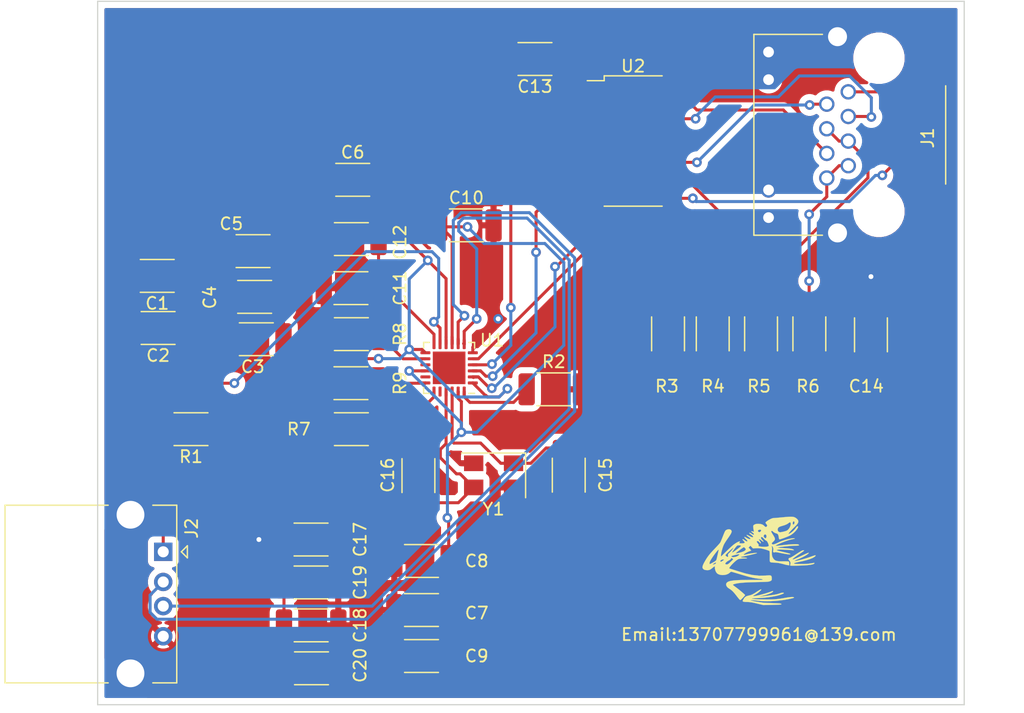
<source format=kicad_pcb>
(kicad_pcb (version 20171130) (host pcbnew "(5.1.6)-1")
  (title_block (title USBTOETH))
  (layers (0 F.Cu signal) (31 B.Cu signal) (34 B.Paste user) (35 F.Paste user) (36 B.SilkS user) (37 F.SilkS user) (38 B.Mask user) (39 F.Mask user) (44 Edge.Cuts user))
  (net 0 "")
  (net 1 GND)
  (net 2 "Net-(C1-Pad1)")
  (net 3 "Net-(C10-Pad1)")
  (net 4 "Net-(C11-Pad1)")
  (net 5 "Net-(C13-Pad1)")
  (net 6 "Net-(C14-Pad1)")
  (net 7 "Net-(C15-Pad2)")
  (net 8 "Net-(C16-Pad2)")
  (net 9 "Net-(J1-Pad1)")
  (net 10 "Net-(J1-Pad3)")
  (net 11 "Net-(J1-Pad4)")
  (net 12 "Net-(J1-Pad7)")
  (net 13 "Net-(J1-Pad2)")
  (net 14 "Net-(J1-Pad6)")
  (net 15 "Net-(J2-Pad3)")
  (net 16 "Net-(J2-Pad2)")
  (net 17 "Net-(R2-Pad1)")
  (net 18 "Net-(R3-Pad1)")
  (net 19 "Net-(R4-Pad1)")
  (net 20 "Net-(R7-Pad2)")
  (net 21 "Net-(R8-Pad1)")
  (net 22 "Net-(R9-Pad2)")
  (net 23 "Net-(U1-Pad20)")
  (net 24 "Net-(U1-Pad17)")
  (net 25 "Net-(U1-Pad15)")
  (net 26 "Net-(U1-Pad5)")
  (net 27 "Net-(U1-Pad4)")
  (net 28 "Net-(U1-Pad3)")
  (net 29 "Net-(U1-Pad2)")
  (net 30 "Net-(U2-Pad13)")
  (net 31 "Net-(U2-Pad12)")
  (net 32 "Net-(U2-Pad5)")
  (net 33 "Net-(U2-Pad4)")
  (net 34 "Net-(J2-Pad1)")
  (net 35 /AVDD3)
  (net 36 GNDS)
  (module zhaohuansi:logo (layer F.Cu) (at 185.674 132.842)
    (fp_text reference G*** hide)
    (fp_text value LOGO hide)
  )
  (module Crystal:Crystal_SMD_5032-4Pin_5.0x3.2mm (layer F.Cu) (at 163.704 125.746 180)
    (fp_text reference Y1 (at 0 -2.8) (layer F.SilkS))
    (fp_text value Crystal_GND23)
    (pad 4 smd rect (at -1.65 -1 180) (size 1.6 1.3) (layers F.Cu F.Paste F.Mask) (net 1 GND))
    (pad 3 smd rect (at 1.65 -1 180) (size 1.6 1.3) (layers F.Cu F.Paste F.Mask) (net 8 "Net-(C16-Pad2)"))
    (pad 2 smd rect (at 1.65 1 180) (size 1.6 1.3) (layers F.Cu F.Paste F.Mask) (net 1 GND))
    (pad 1 smd rect (at -1.65 1 180) (size 1.6 1.3) (layers F.Cu F.Paste F.Mask) (net 7 "Net-(C15-Pad2)"))
  )
  (module Package_SO:SOP-16_4.4x10.4mm_P1.27mm (layer F.Cu) (at 175.26 98.044)
    (fp_text reference U2 (at 0 -6.2) (layer F.SilkS))
    (fp_text value TS8121A)
    (pad 16 smd rect (at 3.15 -4.45) (size 1.3 0.8) (layers F.Cu F.Paste F.Mask) (net 14 "Net-(J1-Pad6)"))
    (pad 15 smd rect (at 3.15 -3.17) (size 1.3 0.8) (layers F.Cu F.Paste F.Mask) (net 19 "Net-(R4-Pad1)"))
    (pad 14 smd rect (at 3.15 -1.91) (size 1.3 0.8) (layers F.Cu F.Paste F.Mask) (net 10 "Net-(J1-Pad3)"))
    (pad 13 smd rect (at 3.15 -0.64) (size 1.3 0.8) (layers F.Cu F.Paste F.Mask) (net 30 "Net-(U2-Pad13)"))
    (pad 12 smd rect (at 3.15 0.64) (size 1.3 0.8) (layers F.Cu F.Paste F.Mask) (net 31 "Net-(U2-Pad12)"))
    (pad 11 smd rect (at 3.15 1.91) (size 1.3 0.8) (layers F.Cu F.Paste F.Mask) (net 13 "Net-(J1-Pad2)"))
    (pad 10 smd rect (at 3.15 3.17) (size 1.3 0.8) (layers F.Cu F.Paste F.Mask) (net 18 "Net-(R3-Pad1)"))
    (pad 9 smd rect (at 3.15 4.45) (size 1.3 0.8) (layers F.Cu F.Paste F.Mask) (net 9 "Net-(J1-Pad1)"))
    (pad 8 smd rect (at -3.15 4.45) (size 1.3 0.8) (layers F.Cu F.Paste F.Mask) (net 29 "Net-(U1-Pad2)"))
    (pad 7 smd rect (at -3.15 3.17) (size 1.3 0.8) (layers F.Cu F.Paste F.Mask) (net 5 "Net-(C13-Pad1)"))
    (pad 6 smd rect (at -3.15 1.91) (size 1.3 0.8) (layers F.Cu F.Paste F.Mask) (net 28 "Net-(U1-Pad3)"))
    (pad 5 smd rect (at -3.15 0.64) (size 1.3 0.8) (layers F.Cu F.Paste F.Mask) (net 32 "Net-(U2-Pad5)"))
    (pad 4 smd rect (at -3.15 -0.64) (size 1.3 0.8) (layers F.Cu F.Paste F.Mask) (net 33 "Net-(U2-Pad4)"))
    (pad 3 smd rect (at -3.15 -1.91) (size 1.3 0.8) (layers F.Cu F.Paste F.Mask) (net 27 "Net-(U1-Pad4)"))
    (pad 2 smd rect (at -3.15 -3.17) (size 1.3 0.8) (layers F.Cu F.Paste F.Mask) (net 5 "Net-(C13-Pad1)"))
    (pad 1 smd rect (at -3.15 -4.45) (size 1.3 0.8) (layers F.Cu F.Paste F.Mask) (net 26 "Net-(U1-Pad5)"))
  )
  (module Package_DFN_QFN:QFN-24-1EP_4x4mm_P0.5mm_EP2.7x2.7mm (layer F.Cu) (at 160.02 116.84 180)
    (fp_text reference U1 (at -3.556 2.286) (layer F.SilkS))
    (fp_text value RTL8152B)
    (pad 25 smd rect (at 0 0 180) (size 2.7 2.7) (layers F.Cu F.Mask))
    (pad 24 smd roundrect (at -1.25 -1.9625 180) (size 0.25 0.825) (layers F.Cu F.Paste F.Mask) (net 17 "Net-(R2-Pad1)"))
    (pad 23 smd roundrect (at -0.75 -1.9625 180) (size 0.25 0.825) (layers F.Cu F.Paste F.Mask) (net 3 "Net-(C10-Pad1)"))
    (pad 22 smd roundrect (at -0.25 -1.9625 180) (size 0.25 0.825) (layers F.Cu F.Paste F.Mask) (net 7 "Net-(C15-Pad2)"))
    (pad 21 smd roundrect (at 0.25 -1.9625 180) (size 0.25 0.825) (layers F.Cu F.Paste F.Mask) (net 8 "Net-(C16-Pad2)"))
    (pad 20 smd roundrect (at 0.75 -1.9625 180) (size 0.25 0.825) (layers F.Cu F.Paste F.Mask) (net 23 "Net-(U1-Pad20)"))
    (pad 19 smd roundrect (at 1.25 -1.9625 180) (size 0.25 0.825) (layers F.Cu F.Paste F.Mask) (net 20 "Net-(R7-Pad2)"))
    (pad 18 smd roundrect (at 1.9625 -1.25 180) (size 0.825 0.25) (layers F.Cu F.Paste F.Mask) (net 22 "Net-(R9-Pad2)"))
    (pad 17 smd roundrect (at 1.9625 -0.75 180) (size 0.825 0.25) (layers F.Cu F.Paste F.Mask) (net 24 "Net-(U1-Pad17)"))
    (pad 16 smd roundrect (at 1.9625 -0.25 180) (size 0.825 0.25) (layers F.Cu F.Paste F.Mask) (net 3 "Net-(C10-Pad1)"))
    (pad 15 smd roundrect (at 1.9625 0.25 180) (size 0.825 0.25) (layers F.Cu F.Paste F.Mask) (net 25 "Net-(U1-Pad15)"))
    (pad 14 smd roundrect (at 1.9625 0.75 180) (size 0.825 0.25) (layers F.Cu F.Paste F.Mask) (net 21 "Net-(R8-Pad1)"))
    (pad 13 smd roundrect (at 1.9625 1.25 180) (size 0.825 0.25) (layers F.Cu F.Paste F.Mask) (net 35 /AVDD3))
    (pad 12 smd roundrect (at 1.25 1.9625 180) (size 0.25 0.825) (layers F.Cu F.Paste F.Mask) (net 4 "Net-(C11-Pad1)"))
    (pad 11 smd roundrect (at 0.75 1.9625 180) (size 0.25 0.825) (layers F.Cu F.Paste F.Mask) (net 2 "Net-(C1-Pad1)"))
    (pad 10 smd roundrect (at 0.25 1.9625 180) (size 0.25 0.825) (layers F.Cu F.Paste F.Mask) (net 35 /AVDD3))
    (pad 9 smd roundrect (at -0.25 1.9625 180) (size 0.25 0.825) (layers F.Cu F.Paste F.Mask) (net 3 "Net-(C10-Pad1)"))
    (pad 8 smd roundrect (at -0.75 1.9625 180) (size 0.25 0.825) (layers F.Cu F.Paste F.Mask) (net 16 "Net-(J2-Pad2)"))
    (pad 7 smd roundrect (at -1.25 1.9625 180) (size 0.25 0.825) (layers F.Cu F.Paste F.Mask) (net 15 "Net-(J2-Pad3)"))
    (pad 6 smd roundrect (at -1.9625 1.25 180) (size 0.825 0.25) (layers F.Cu F.Paste F.Mask) (net 1 GND))
    (pad 5 smd roundrect (at -1.9625 0.75 180) (size 0.825 0.25) (layers F.Cu F.Paste F.Mask) (net 26 "Net-(U1-Pad5)"))
    (pad 4 smd roundrect (at -1.9625 0.25 180) (size 0.825 0.25) (layers F.Cu F.Paste F.Mask) (net 27 "Net-(U1-Pad4)"))
    (pad 3 smd roundrect (at -1.9625 -0.25 180) (size 0.825 0.25) (layers F.Cu F.Paste F.Mask) (net 28 "Net-(U1-Pad3)"))
    (pad 2 smd roundrect (at -1.9625 -0.75 180) (size 0.825 0.25) (layers F.Cu F.Paste F.Mask) (net 29 "Net-(U1-Pad2)"))
    (pad 1 smd roundrect (at -1.9625 -1.25 180) (size 0.825 0.25) (layers F.Cu F.Paste F.Mask) (net 35 /AVDD3))
  )
  (module Resistor_SMD:R_2010_5025Metric (layer F.Cu) (at 151.892 118.11)
    (fp_text reference R9 (at 4.064 0 90) (layer F.SilkS))
    (fp_text value 10K)
    (pad 2 smd roundrect (at 2.25 0) (size 1.35 2.65) (layers F.Cu F.Paste F.Mask) (roundrect_rratio 0.185185) (net 22 "Net-(R9-Pad2)"))
    (pad 1 smd roundrect (at -2.25 0) (size 1.35 2.65) (layers F.Cu F.Paste F.Mask) (roundrect_rratio 0.185185) (net 1 GND))
  )
  (module Resistor_SMD:R_2010_5025Metric (layer F.Cu) (at 151.928 114.046 180)
    (fp_text reference R8 (at -4.028 0 90) (layer F.SilkS))
    (fp_text value 10K)
    (pad 2 smd roundrect (at 2.25 0 180) (size 1.35 2.65) (layers F.Cu F.Paste F.Mask) (roundrect_rratio 0.185185) (net 1 GND))
    (pad 1 smd roundrect (at -2.25 0 180) (size 1.35 2.65) (layers F.Cu F.Paste F.Mask) (roundrect_rratio 0.185185) (net 21 "Net-(R8-Pad1)"))
  )
  (module Resistor_SMD:R_2010_5025Metric (layer F.Cu) (at 151.928 121.92)
    (fp_text reference R7 (at -4.354 0) (layer F.SilkS))
    (fp_text value 10K)
    (pad 2 smd roundrect (at 2.25 0) (size 1.35 2.65) (layers F.Cu F.Paste F.Mask) (roundrect_rratio 0.185185) (net 20 "Net-(R7-Pad2)"))
    (pad 1 smd roundrect (at -2.25 0) (size 1.35 2.65) (layers F.Cu F.Paste F.Mask) (roundrect_rratio 0.185185) (net 1 GND))
  )
  (module Resistor_SMD:R_2010_5025Metric (layer F.Cu) (at 189.848 114.022 270)
    (fp_text reference R6 (at 4.342 0.11 180) (layer F.SilkS))
    (fp_text value 75-S6)
    (pad 2 smd roundrect (at 2.25 0 270) (size 1.35 2.65) (layers F.Cu F.Paste F.Mask) (roundrect_rratio 0.185185) (net 6 "Net-(C14-Pad1)"))
    (pad 1 smd roundrect (at -2.25 0 270) (size 1.35 2.65) (layers F.Cu F.Paste F.Mask) (roundrect_rratio 0.185185) (net 12 "Net-(J1-Pad7)"))
  )
  (module Resistor_SMD:R_2010_5025Metric (layer F.Cu) (at 185.848 114.022 270)
    (fp_text reference R5 (at 4.342 0.174 180) (layer F.SilkS))
    (fp_text value 75-S6)
    (pad 2 smd roundrect (at 2.25 0 270) (size 1.35 2.65) (layers F.Cu F.Paste F.Mask) (roundrect_rratio 0.185185) (net 6 "Net-(C14-Pad1)"))
    (pad 1 smd roundrect (at -2.25 0 270) (size 1.35 2.65) (layers F.Cu F.Paste F.Mask) (roundrect_rratio 0.185185) (net 11 "Net-(J1-Pad4)"))
  )
  (module Resistor_SMD:R_2010_5025Metric (layer F.Cu) (at 181.848 114.022 270)
    (fp_text reference R4 (at 4.342 -0.016 180) (layer F.SilkS))
    (fp_text value 75-S6)
    (pad 2 smd roundrect (at 2.25 0 270) (size 1.35 2.65) (layers F.Cu F.Paste F.Mask) (roundrect_rratio 0.185185) (net 6 "Net-(C14-Pad1)"))
    (pad 1 smd roundrect (at -2.25 0 270) (size 1.35 2.65) (layers F.Cu F.Paste F.Mask) (roundrect_rratio 0.185185) (net 19 "Net-(R4-Pad1)"))
  )
  (module Resistor_SMD:R_2010_5025Metric (layer F.Cu) (at 178.148 114.022 270)
    (fp_text reference R3 (at 4.342 0.094 180) (layer F.SilkS))
    (fp_text value 75-S6)
    (pad 2 smd roundrect (at 2.25 0 270) (size 1.35 2.65) (layers F.Cu F.Paste F.Mask) (roundrect_rratio 0.185185) (net 6 "Net-(C14-Pad1)"))
    (pad 1 smd roundrect (at -2.25 0 270) (size 1.35 2.65) (layers F.Cu F.Paste F.Mask) (roundrect_rratio 0.185185) (net 18 "Net-(R3-Pad1)"))
  )
  (module Resistor_SMD:R_2010_5025Metric (layer F.Cu) (at 168.692 118.618)
    (fp_text reference R2 (at 0 -2.28) (layer F.SilkS))
    (fp_text value 2.49K)
    (pad 2 smd roundrect (at 2.25 0) (size 1.35 2.65) (layers F.Cu F.Paste F.Mask) (roundrect_rratio 0.185185) (net 1 GND))
    (pad 1 smd roundrect (at -2.25 0) (size 1.35 2.65) (layers F.Cu F.Paste F.Mask) (roundrect_rratio 0.185185) (net 17 "Net-(R2-Pad1)"))
  )
  (module Resistor_SMD:R_2010_5025Metric (layer F.Cu) (at 138.648 121.92 180)
    (fp_text reference R1 (at 0 -2.28) (layer F.SilkS))
    (fp_text value 0)
    (pad 2 smd roundrect (at 2.25 0 180) (size 1.35 2.65) (layers F.Cu F.Paste F.Mask) (roundrect_rratio 0.185185) (net 34 "Net-(J2-Pad1)"))
    (pad 1 smd roundrect (at -2.25 0 180) (size 1.35 2.65) (layers F.Cu F.Paste F.Mask) (roundrect_rratio 0.185185) (net 2 "Net-(C1-Pad1)"))
  )
  (module Connector_USB:USB_A_CONNFLY_DS1095-WNR0 (layer F.Cu) (at 136.35 132.08 270)
    (fp_text reference J2 (at -1.95 -2.35 90) (layer F.SilkS))
    (fp_text value USB_A)
    (pad 4 thru_hole circle (at 7 0 270) (size 1.524 1.524) (drill 0.92) (layers *.Cu *.Mask) (net 1 GND))
    (pad 3 thru_hole circle (at 4.5 0 270) (size 1.524 1.524) (drill 0.92) (layers *.Cu *.Mask) (net 15 "Net-(J2-Pad3)"))
    (pad 2 thru_hole circle (at 2.5 0 270) (size 1.524 1.524) (drill 0.92) (layers *.Cu *.Mask) (net 16 "Net-(J2-Pad2)"))
    (pad 1 thru_hole rect (at 0 0 270) (size 1.524 1.524) (drill 0.92) (layers *.Cu *.Mask) (net 34 "Net-(J2-Pad1)"))
    (pad 5 thru_hole circle (at -3.07 2.71 270) (size 3.5 3.5) (drill 2.3) (layers *.Cu *.Mask) (net 36 GNDS))
    (pad 5 thru_hole circle (at 10.07 2.71 270) (size 3.5 3.5) (drill 2.3) (layers *.Cu *.Mask) (net 36 GNDS))
  )
  (module throwing-star:RJ45_Amphenol_RJHSE538X_TSLT (layer F.Cu) (at 193.07 93.97 270)
    (fp_text reference J1 (at 3.82 -6.574 90) (layer F.SilkS))
    (fp_text value Connector_RJ45_Shielded hide)
    (pad 1 thru_hole circle (at 0 0 270) (size 1.27 1.27) (drill 0.89) (layers *.Cu *.Mask) (net 9 "Net-(J1-Pad1)"))
    (pad 3 thru_hole circle (at 2.04 0 270) (size 1.27 1.27) (drill 0.89) (layers *.Cu *.Mask) (net 10 "Net-(J1-Pad3)"))
    (pad 5 thru_hole circle (at 4.08 0 270) (size 1.27 1.27) (drill 0.89) (layers *.Cu *.Mask) (net 11 "Net-(J1-Pad4)"))
    (pad 7 thru_hole circle (at 6.12 0 270) (size 1.27 1.27) (drill 0.89) (layers *.Cu *.Mask) (net 12 "Net-(J1-Pad7)"))
    (pad 2 thru_hole circle (at 1.02 1.78 270) (size 1.27 1.27) (drill 0.89) (layers *.Cu *.Mask) (net 13 "Net-(J1-Pad2)"))
    (pad 4 thru_hole circle (at 3.06 1.78 270) (size 1.27 1.27) (drill 0.89) (layers *.Cu *.Mask) (net 11 "Net-(J1-Pad4)"))
    (pad 6 thru_hole circle (at 5.1 1.78 270) (size 1.27 1.27) (drill 0.89) (layers *.Cu *.Mask) (net 14 "Net-(J1-Pad6)"))
    (pad 8 thru_hole circle (at 7.14 1.78 270) (size 1.27 1.27) (drill 0.89) (layers *.Cu *.Mask) (net 12 "Net-(J1-Pad7)"))
    (pad "" np_thru_hole circle (at -2.79 -2.54 270) (size 3.25 3.25) (drill 3.25) (layers *.Cu *.Mask))
    (pad "" np_thru_hole circle (at 9.91 -2.54 270) (size 3.25 3.25) (drill 3.25) (layers *.Cu *.Mask))
    (pad SH thru_hole circle (at 11.69 0.89 270) (size 2 2) (drill 1.57) (layers *.Cu *.Mask) (net 36 GNDS))
    (pad SH thru_hole circle (at -4.57 0.89 270) (size 2 2) (drill 1.57) (layers *.Cu *.Mask) (net 36 GNDS))
    (pad 9 thru_hole circle (at -3.3 6.6 270) (size 1.27 1.27) (drill 0.89) (layers *.Cu *.Mask) (net 36 GNDS))
    (pad 10 thru_hole circle (at -1.01 6.6 270) (size 1.27 1.27) (drill 0.89) (layers *.Cu *.Mask) (net 36 GNDS))
    (pad 11 thru_hole circle (at 8.13 6.6 270) (size 1.27 1.27) (drill 0.89) (layers *.Cu *.Mask) (net 36 GNDS))
    (pad 12 thru_hole circle (at 10.42 6.6 270) (size 1.27 1.27) (drill 0.89) (layers *.Cu *.Mask) (net 36 GNDS))
  )
  (module Capacitor_SMD:C_2010_5025Metric (layer F.Cu) (at 148.626 141.732 180)
    (fp_text reference C20 (at -4.028 0.254 90) (layer F.SilkS))
    (fp_text value 0.1u)
    (pad 2 smd roundrect (at 2.25 0 180) (size 1.35 2.65) (layers F.Cu F.Paste F.Mask) (roundrect_rratio 0.185185) (net 36 GNDS))
    (pad 1 smd roundrect (at -2.25 0 180) (size 1.35 2.65) (layers F.Cu F.Paste F.Mask) (roundrect_rratio 0.185185) (net 1 GND))
  )
  (module Capacitor_SMD:C_2010_5025Metric (layer F.Cu) (at 148.59 134.62 180)
    (fp_text reference C19 (at -4.064 0 90) (layer F.SilkS))
    (fp_text value 0.1u)
    (pad 2 smd roundrect (at 2.25 0 180) (size 1.35 2.65) (layers F.Cu F.Paste F.Mask) (roundrect_rratio 0.185185) (net 36 GNDS))
    (pad 1 smd roundrect (at -2.25 0 180) (size 1.35 2.65) (layers F.Cu F.Paste F.Mask) (roundrect_rratio 0.185185) (net 1 GND))
  )
  (module Capacitor_SMD:C_2010_5025Metric (layer F.Cu) (at 148.598 138.176)
    (fp_text reference C18 (at 4.056 0 270) (layer F.SilkS))
    (fp_text value 0.1u)
    (pad 2 smd roundrect (at 2.25 0) (size 1.35 2.65) (layers F.Cu F.Paste F.Mask) (roundrect_rratio 0.185185) (net 1 GND))
    (pad 1 smd roundrect (at -2.25 0) (size 1.35 2.65) (layers F.Cu F.Paste F.Mask) (roundrect_rratio 0.185185) (net 36 GNDS))
  )
  (module Capacitor_SMD:C_2010_5025Metric (layer F.Cu) (at 148.59 131.064)
    (fp_text reference C17 (at 4.064 0 90) (layer F.SilkS))
    (fp_text value 0.1u)
    (pad 2 smd roundrect (at 2.25 0) (size 1.35 2.65) (layers F.Cu F.Paste F.Mask) (roundrect_rratio 0.185185) (net 1 GND))
    (pad 1 smd roundrect (at -2.25 0) (size 1.35 2.65) (layers F.Cu F.Paste F.Mask) (roundrect_rratio 0.185185) (net 36 GNDS))
  )
  (module Capacitor_SMD:C_2010_5025Metric (layer F.Cu) (at 157.48 125.766 270)
    (fp_text reference C16 (at -0.036 2.54 90) (layer F.SilkS))
    (fp_text value 27P)
    (pad 2 smd roundrect (at 2.25 0 270) (size 1.35 2.65) (layers F.Cu F.Paste F.Mask) (roundrect_rratio 0.185185) (net 8 "Net-(C16-Pad2)"))
    (pad 1 smd roundrect (at -2.25 0 270) (size 1.35 2.65) (layers F.Cu F.Paste F.Mask) (roundrect_rratio 0.185185) (net 1 GND))
  )
  (module Capacitor_SMD:C_2010_5025Metric (layer F.Cu) (at 169.926 125.73 90)
    (fp_text reference C15 (at 0 3.048 90) (layer F.SilkS))
    (fp_text value 27P)
    (pad 2 smd roundrect (at 2.25 0 90) (size 1.35 2.65) (layers F.Cu F.Paste F.Mask) (roundrect_rratio 0.185185) (net 7 "Net-(C15-Pad2)"))
    (pad 1 smd roundrect (at -2.25 0 90) (size 1.35 2.65) (layers F.Cu F.Paste F.Mask) (roundrect_rratio 0.185185) (net 1 GND))
  )
  (module Capacitor_SMD:C_2010_5025Metric (layer F.Cu) (at 194.948 114.102 90)
    (fp_text reference C14 (at -4.262 -0.384 180) (layer F.SilkS))
    (fp_text value 1000P-SA)
    (pad 2 smd roundrect (at 2.25 0 90) (size 1.35 2.65) (layers F.Cu F.Paste F.Mask) (roundrect_rratio 0.185185) (net 36 GNDS))
    (pad 1 smd roundrect (at -2.25 0 90) (size 1.35 2.65) (layers F.Cu F.Paste F.Mask) (roundrect_rratio 0.185185) (net 6 "Net-(C14-Pad1)"))
  )
  (module Capacitor_SMD:C_2010_5025Metric (layer F.Cu) (at 167.13 91.25 180)
    (fp_text reference C13 (at 0 -2.28) (layer F.SilkS))
    (fp_text value 0.01U)
    (pad 2 smd roundrect (at 2.25 0 180) (size 1.35 2.65) (layers F.Cu F.Paste F.Mask) (roundrect_rratio 0.185185) (net 1 GND))
    (pad 1 smd roundrect (at -2.25 0 180) (size 1.35 2.65) (layers F.Cu F.Paste F.Mask) (roundrect_rratio 0.185185) (net 5 "Net-(C13-Pad1)"))
  )
  (module Capacitor_SMD:C_2010_5025Metric (layer F.Cu) (at 151.928 106.172 180)
    (fp_text reference C12 (at -4.028 -0.254 90) (layer F.SilkS))
    (fp_text value 1U)
    (pad 2 smd roundrect (at 2.25 0 180) (size 1.35 2.65) (layers F.Cu F.Paste F.Mask) (roundrect_rratio 0.185185) (net 1 GND))
    (pad 1 smd roundrect (at -2.25 0 180) (size 1.35 2.65) (layers F.Cu F.Paste F.Mask) (roundrect_rratio 0.185185) (net 4 "Net-(C11-Pad1)"))
  )
  (module Capacitor_SMD:C_2010_5025Metric (layer F.Cu) (at 151.892 110.236 180)
    (fp_text reference C11 (at -4.064 0 90) (layer F.SilkS))
    (fp_text value 0.1U)
    (pad 2 smd roundrect (at 2.25 0 180) (size 1.35 2.65) (layers F.Cu F.Paste F.Mask) (roundrect_rratio 0.185185) (net 1 GND))
    (pad 1 smd roundrect (at -2.25 0 180) (size 1.35 2.65) (layers F.Cu F.Paste F.Mask) (roundrect_rratio 0.185185) (net 4 "Net-(C11-Pad1)"))
  )
  (module Capacitor_SMD:C_2010_5025Metric (layer F.Cu) (at 161.45 105.03)
    (fp_text reference C10 (at 0 -2.28) (layer F.SilkS))
    (fp_text value 1U)
    (pad 2 smd roundrect (at 2.25 0) (size 1.35 2.65) (layers F.Cu F.Paste F.Mask) (roundrect_rratio 0.185185) (net 1 GND))
    (pad 1 smd roundrect (at -2.25 0) (size 1.35 2.65) (layers F.Cu F.Paste F.Mask) (roundrect_rratio 0.185185) (net 3 "Net-(C10-Pad1)"))
  )
  (module Capacitor_SMD:C_2010_5025Metric (layer F.Cu) (at 157.734 140.716 180)
    (fp_text reference C9 (at -4.572 0) (layer F.SilkS))
    (fp_text value 0.1U)
    (pad 2 smd roundrect (at 2.25 0 180) (size 1.35 2.65) (layers F.Cu F.Paste F.Mask) (roundrect_rratio 0.185185) (net 1 GND))
    (pad 1 smd roundrect (at -2.25 0 180) (size 1.35 2.65) (layers F.Cu F.Paste F.Mask) (roundrect_rratio 0.185185) (net 3 "Net-(C10-Pad1)"))
  )
  (module Capacitor_SMD:C_2010_5025Metric (layer F.Cu) (at 157.734 132.842 180)
    (fp_text reference C8 (at -4.572 0) (layer F.SilkS))
    (fp_text value 0.1U)
    (pad 2 smd roundrect (at 2.25 0 180) (size 1.35 2.65) (layers F.Cu F.Paste F.Mask) (roundrect_rratio 0.185185) (net 1 GND))
    (pad 1 smd roundrect (at -2.25 0 180) (size 1.35 2.65) (layers F.Cu F.Paste F.Mask) (roundrect_rratio 0.185185) (net 3 "Net-(C10-Pad1)"))
  )
  (module Capacitor_SMD:C_2010_5025Metric (layer F.Cu) (at 157.734 136.906)
    (fp_text reference C7 (at 4.572 0.254 180) (layer F.SilkS))
    (fp_text value 0.1U)
    (pad 2 smd roundrect (at 2.25 0) (size 1.35 2.65) (layers F.Cu F.Paste F.Mask) (roundrect_rratio 0.185185) (net 3 "Net-(C10-Pad1)"))
    (pad 1 smd roundrect (at -2.25 0) (size 1.35 2.65) (layers F.Cu F.Paste F.Mask) (roundrect_rratio 0.185185) (net 1 GND))
  )
  (module Capacitor_SMD:C_2010_5025Metric (layer F.Cu) (at 152.04 101.26)
    (fp_text reference C6 (at 0 -2.28) (layer F.SilkS))
    (fp_text value 4.7U)
    (pad 2 smd roundrect (at 2.25 0) (size 1.35 2.65) (layers F.Cu F.Paste F.Mask) (roundrect_rratio 0.185185) (net 1 GND))
    (pad 1 smd roundrect (at -2.25 0) (size 1.35 2.65) (layers F.Cu F.Paste F.Mask) (roundrect_rratio 0.185) (net 35 /AVDD3))
  )
  (module Capacitor_SMD:C_2010_5025Metric (layer F.Cu) (at 143.788 107.168 180)
    (fp_text reference C5 (at 1.802 2.266) (layer F.SilkS))
    (fp_text value 0.1U)
    (pad 2 smd roundrect (at 2.25 0 180) (size 1.35 2.65) (layers F.Cu F.Paste F.Mask) (roundrect_rratio 0.185185) (net 1 GND))
    (pad 1 smd roundrect (at -2.25 0 180) (size 1.35 2.65) (layers F.Cu F.Paste F.Mask) (roundrect_rratio 0.185) (net 35 /AVDD3))
  )
  (module Capacitor_SMD:C_2010_5025Metric (layer F.Cu) (at 143.918 110.958 180)
    (fp_text reference C4 (at 3.71 -0.04 90) (layer F.SilkS))
    (fp_text value 0.1U)
    (pad 2 smd roundrect (at 2.25 0 180) (size 1.35 2.65) (layers F.Cu F.Paste F.Mask) (roundrect_rratio 0.185185) (net 1 GND))
    (pad 1 smd roundrect (at -2.25 0 180) (size 1.35 2.65) (layers F.Cu F.Paste F.Mask) (roundrect_rratio 0.185) (net 35 /AVDD3))
  )
  (module Capacitor_SMD:C_2010_5025Metric (layer F.Cu) (at 144.058 114.468 180)
    (fp_text reference C3 (at 0.294 -2.28) (layer F.SilkS))
    (fp_text value 0.1U)
    (pad 2 smd roundrect (at 2.25 0 180) (size 1.35 2.65) (layers F.Cu F.Paste F.Mask) (roundrect_rratio 0.185185) (net 1 GND))
    (pad 1 smd roundrect (at -2.25 0 180) (size 1.35 2.65) (layers F.Cu F.Paste F.Mask) (roundrect_rratio 0.185) (net 35 /AVDD3))
  )
  (module Capacitor_SMD:C_2010_5025Metric (layer F.Cu) (at 135.926 113.538 180)
    (fp_text reference C2 (at 0 -2.28) (layer F.SilkS))
    (fp_text value 0.1U)
    (pad 2 smd roundrect (at 2.25 0 180) (size 1.35 2.65) (layers F.Cu F.Paste F.Mask) (roundrect_rratio 0.185185) (net 1 GND))
    (pad 1 smd roundrect (at -2.25 0 180) (size 1.35 2.65) (layers F.Cu F.Paste F.Mask) (roundrect_rratio 0.185185) (net 2 "Net-(C1-Pad1)"))
  )
  (module Capacitor_SMD:C_2010_5025Metric (layer F.Cu) (at 135.854 109.22 180)
    (fp_text reference C1 (at 0 -2.28) (layer F.SilkS))
    (fp_text value 4.7U)
    (pad 2 smd roundrect (at 2.25 0 180) (size 1.35 2.65) (layers F.Cu F.Paste F.Mask) (roundrect_rratio 0.185185) (net 1 GND))
    (pad 1 smd roundrect (at -2.25 0 180) (size 1.35 2.65) (layers F.Cu F.Paste F.Mask) (roundrect_rratio 0.185185) (net 2 "Net-(C1-Pad1)"))
  )
  (gr_text Email:13707799961@139.com (at 185.674 138.938) (layer F.SilkS) (effects (font (size 1 1))))
  (gr_line (start 202.67 86.47) (end 202.67 144.75) (layer Edge.Cuts) (width 0.1))
  (gr_line (start 130.92 86.47) (end 202.67 86.47) (layer Edge.Cuts) (width 0.1))
  (gr_line (start 130.92 144.75) (end 130.92 86.47) (layer Edge.Cuts) (width 0.1))
  (gr_line (start 202.67 144.75) (end 130.92 144.75) (layer Edge.Cuts) (width 0.1))
  (segment (start 161.9825 115.59) (end 161.9825 115.1315) (width 0.25) (layer F.Cu) (net 1))
  (segment (start 161.9825 115.1315) (end 164.084 113.03) (width 0.25) (layer F.Cu) (net 1))
  (via (at 164.084 112.776) (size 0.8) (drill 0.4) (layers F.Cu B.Cu) (net 1))
  (segment (start 164.084 113.03) (end 164.084 112.776) (width 0.25) (layer F.Cu) (net 1))
  (segment (start 140.898 121.92) (end 140.898 120.578) (width 0.25) (layer F.Cu) (net 2))
  (segment (start 138.104 113.03) (end 137.85 113.284) (width 0.25) (layer F.Cu) (net 2))
  (segment (start 138.104 109.22) (end 138.104 113.03) (width 0.25) (layer F.Cu) (net 2))
  (segment (start 138.176 113.538) (end 138.176 115.656) (width 0.25) (layer F.Cu) (net 2))
  (segment (start 140.898 118.378) (end 140.898 121.92) (width 0.25) (layer F.Cu) (net 2))
  (segment (start 138.176 115.656) (end 140.898 118.378) (width 0.25) (layer F.Cu) (net 2))
  (via (at 158.757653 113.022347) (size 0.8) (drill 0.4) (layers F.Cu B.Cu) (net 2))
  (segment (start 159.27 114.8775) (end 159.27 113.534694) (width 0.25) (layer F.Cu) (net 2))
  (segment (start 159.27 113.534694) (end 158.757653 113.022347) (width 0.25) (layer F.Cu) (net 2))
  (via (at 142.24 118.11) (size 0.8) (drill 0.4) (layers F.Cu B.Cu) (net 2))
  (segment (start 153.138596 107.211404) (end 142.24 118.11) (width 0.25) (layer B.Cu) (net 2))
  (segment (start 159.157652 112.622348) (end 159.157652 107.76546) (width 0.25) (layer B.Cu) (net 2))
  (segment (start 158.757653 113.022347) (end 159.157652 112.622348) (width 0.25) (layer B.Cu) (net 2))
  (segment (start 158.603596 107.211404) (end 153.138596 107.211404) (width 0.25) (layer B.Cu) (net 2))
  (segment (start 159.157652 107.76546) (end 158.603596 107.211404) (width 0.25) (layer B.Cu) (net 2))
  (segment (start 141.166 118.11) (end 140.898 118.378) (width 0.25) (layer F.Cu) (net 2))
  (segment (start 142.24 118.11) (end 141.166 118.11) (width 0.25) (layer F.Cu) (net 2))
  (segment (start 159.984 140.716) (end 159.984 136.906) (width 0.25) (layer F.Cu) (net 3))
  (segment (start 159.984 136.906) (end 159.984 132.842) (width 0.25) (layer F.Cu) (net 3))
  (via (at 159.88 129.27) (size 0.8) (drill 0.4) (layers F.Cu B.Cu) (net 3))
  (segment (start 159.984 132.842) (end 159.984 129.374) (width 0.25) (layer F.Cu) (net 3))
  (segment (start 159.984 129.374) (end 159.88 129.27) (width 0.25) (layer F.Cu) (net 3))
  (segment (start 159.88 129.27) (end 159.88 124.08) (width 0.25) (layer B.Cu) (net 3))
  (segment (start 159.88 124.08) (end 160.02 123.94) (width 0.25) (layer B.Cu) (net 3))
  (segment (start 160.27 106.1) (end 160.27 114.8775) (width 0.25) (layer F.Cu) (net 3))
  (segment (start 159.2 105.03) (end 160.27 106.1) (width 0.25) (layer F.Cu) (net 3))
  (segment (start 160.77 118.86) (end 160.77 118.8025) (width 0.25) (layer F.Cu) (net 3))
  (via (at 161.036 122.174) (size 0.8) (drill 0.4) (layers F.Cu B.Cu) (net 3))
  (segment (start 159.88 124.08) (end 159.88 123.33) (width 0.25) (layer B.Cu) (net 3))
  (segment (start 159.88 123.33) (end 161.036 122.174) (width 0.25) (layer B.Cu) (net 3))
  (segment (start 160.77 119.368) (end 160.77 118.8025) (width 0.25) (layer F.Cu) (net 3))
  (segment (start 161.036 119.634) (end 160.77 119.368) (width 0.25) (layer F.Cu) (net 3))
  (segment (start 161.036 122.174) (end 161.036 119.634) (width 0.25) (layer F.Cu) (net 3))
  (via (at 156.718 117.094) (size 0.8) (drill 0.4) (layers F.Cu B.Cu) (net 3))
  (segment (start 158.0575 117.09) (end 156.722 117.09) (width 0.25) (layer F.Cu) (net 3))
  (segment (start 156.722 117.09) (end 156.718 117.094) (width 0.25) (layer F.Cu) (net 3))
  (segment (start 161.036 121.412) (end 161.036 122.174) (width 0.25) (layer B.Cu) (net 3))
  (segment (start 156.718 117.094) (end 161.036 121.412) (width 0.25) (layer B.Cu) (net 3))
  (segment (start 160.27 114.8775) (end 160.27 114.280568) (width 0.25) (layer F.Cu) (net 3))
  (segment (start 162.313002 122.174) (end 161.036 122.174) (width 0.25) (layer B.Cu) (net 3))
  (segment (start 169.515001 114.972001) (end 162.313002 122.174) (width 0.25) (layer B.Cu) (net 3))
  (segment (start 169.515001 108.101999) (end 169.515001 114.972001) (width 0.25) (layer B.Cu) (net 3))
  (segment (start 167.948001 106.534999) (end 169.515001 108.101999) (width 0.25) (layer B.Cu) (net 3))
  (segment (start 166.871999 106.534999) (end 167.948001 106.534999) (width 0.25) (layer B.Cu) (net 3))
  (via (at 161.544 105.156) (size 0.8) (drill 0.4) (layers F.Cu B.Cu) (net 3))
  (segment (start 166.871999 106.534999) (end 162.922999 106.534999) (width 0.25) (layer B.Cu) (net 3))
  (segment (start 162.922999 106.534999) (end 161.544 105.156) (width 0.25) (layer B.Cu) (net 3))
  (segment (start 159.326 105.156) (end 159.2 105.03) (width 0.25) (layer F.Cu) (net 3))
  (segment (start 161.544 105.156) (end 159.326 105.156) (width 0.25) (layer F.Cu) (net 3))
  (segment (start 154.142 110.236) (end 154.946 110.236) (width 0.25) (layer F.Cu) (net 4))
  (segment (start 158.77 114.06) (end 158.77 114.8775) (width 0.25) (layer F.Cu) (net 4))
  (segment (start 154.946 110.236) (end 158.77 114.06) (width 0.25) (layer F.Cu) (net 4))
  (segment (start 154.178 110.2) (end 154.142 110.236) (width 0.25) (layer F.Cu) (net 4))
  (segment (start 154.178 106.172) (end 154.178 110.2) (width 0.25) (layer F.Cu) (net 4))
  (segment (start 173.085001 101.138999) (end 173.01 101.214) (width 0.25) (layer F.Cu) (net 5))
  (segment (start 173.01 101.214) (end 172.11 101.214) (width 0.25) (layer F.Cu) (net 5))
  (segment (start 173.085001 94.949001) (end 173.085001 101.138999) (width 0.25) (layer F.Cu) (net 5))
  (segment (start 173.01 94.874) (end 173.085001 94.949001) (width 0.25) (layer F.Cu) (net 5))
  (segment (start 172.11 94.874) (end 173.01 94.874) (width 0.25) (layer F.Cu) (net 5))
  (segment (start 169.38 93.044) (end 169.38 91.25) (width 0.25) (layer F.Cu) (net 5))
  (segment (start 171.21 94.874) (end 169.38 93.044) (width 0.25) (layer F.Cu) (net 5))
  (segment (start 172.11 94.874) (end 171.21 94.874) (width 0.25) (layer F.Cu) (net 5))
  (segment (start 189.928 116.352) (end 189.848 116.272) (width 0.25) (layer F.Cu) (net 6))
  (segment (start 194.948 116.352) (end 189.928 116.352) (width 0.25) (layer F.Cu) (net 6))
  (segment (start 189.848 116.272) (end 185.848 116.272) (width 0.25) (layer F.Cu) (net 6))
  (segment (start 181.848 116.272) (end 185.848 116.272) (width 0.25) (layer F.Cu) (net 6))
  (segment (start 178.148 116.272) (end 181.848 116.272) (width 0.25) (layer F.Cu) (net 6))
  (segment (start 169.926 123.48) (end 168.05 123.48) (width 0.25) (layer F.Cu) (net 7))
  (segment (start 166.784 124.746) (end 165.354 124.746) (width 0.25) (layer F.Cu) (net 7))
  (segment (start 168.05 123.48) (end 166.784 124.746) (width 0.25) (layer F.Cu) (net 7))
  (segment (start 160.408 123.07) (end 160.27 122.932) (width 0.25) (layer F.Cu) (net 7))
  (segment (start 160.27 122.932) (end 160.27 118.8025) (width 0.25) (layer F.Cu) (net 7))
  (segment (start 162.628 123.07) (end 160.408 123.07) (width 0.25) (layer F.Cu) (net 7))
  (segment (start 165.354 124.746) (end 164.304 124.746) (width 0.25) (layer F.Cu) (net 7))
  (segment (start 164.304 124.746) (end 162.628 123.07) (width 0.25) (layer F.Cu) (net 7))
  (segment (start 160.784 128.016) (end 162.054 126.746) (width 0.25) (layer F.Cu) (net 8))
  (segment (start 157.48 128.016) (end 160.784 128.016) (width 0.25) (layer F.Cu) (net 8))
  (segment (start 160.928999 125.620999) (end 162.054 126.746) (width 0.25) (layer F.Cu) (net 8))
  (segment (start 159.294999 124.288001) (end 160.627997 125.620999) (width 0.25) (layer F.Cu) (net 8))
  (segment (start 159.294999 123.591999) (end 159.294999 124.288001) (width 0.25) (layer F.Cu) (net 8))
  (segment (start 159.77 123.116998) (end 159.294999 123.591999) (width 0.25) (layer F.Cu) (net 8))
  (segment (start 160.627997 125.620999) (end 160.928999 125.620999) (width 0.25) (layer F.Cu) (net 8))
  (segment (start 159.77 118.8025) (end 159.77 123.116998) (width 0.25) (layer F.Cu) (net 8))
  (segment (start 193.07 93.97) (end 196.62 93.97) (width 0.25) (layer F.Cu) (net 9))
  (segment (start 196.62 93.97) (end 196.87 94.22) (width 0.25) (layer F.Cu) (net 9))
  (via (at 195.89 100.89) (size 0.8) (drill 0.4) (layers F.Cu B.Cu) (net 9))
  (segment (start 196.87 94.22) (end 196.87 99.91) (width 0.25) (layer F.Cu) (net 9))
  (segment (start 196.87 99.91) (end 195.89 100.89) (width 0.25) (layer F.Cu) (net 9))
  (segment (start 180.470001 103.060001) (end 180.2 102.79) (width 0.25) (layer B.Cu) (net 9))
  (segment (start 193.154314 103.060001) (end 180.470001 103.060001) (width 0.25) (layer B.Cu) (net 9))
  (segment (start 195.89 100.89) (end 195.324315 100.89) (width 0.25) (layer B.Cu) (net 9))
  (via (at 180.2 102.79) (size 0.8) (drill 0.4) (layers F.Cu B.Cu) (net 9))
  (segment (start 195.324315 100.89) (end 193.154314 103.060001) (width 0.25) (layer B.Cu) (net 9))
  (segment (start 178.706 102.79) (end 178.41 102.494) (width 0.25) (layer F.Cu) (net 9))
  (segment (start 180.2 102.79) (end 178.706 102.79) (width 0.25) (layer F.Cu) (net 9))
  (via (at 194.98 96.05) (size 0.8) (drill 0.4) (layers F.Cu B.Cu) (net 10))
  (segment (start 193.07 96.01) (end 194.94 96.01) (width 0.25) (layer F.Cu) (net 10))
  (segment (start 194.94 96.01) (end 194.98 96.05) (width 0.25) (layer F.Cu) (net 10))
  (segment (start 194.98 94.459198) (end 193.170802 92.65) (width 0.25) (layer B.Cu) (net 10))
  (segment (start 194.98 96.05) (end 194.98 94.459198) (width 0.25) (layer B.Cu) (net 10))
  (segment (start 189.02 92.65) (end 187.28 94.39) (width 0.25) (layer B.Cu) (net 10))
  (segment (start 193.170802 92.65) (end 189.02 92.65) (width 0.25) (layer B.Cu) (net 10))
  (segment (start 187.28 94.39) (end 182.06 94.39) (width 0.25) (layer B.Cu) (net 10))
  (segment (start 182.06 94.39) (end 180.29 96.16) (width 0.25) (layer B.Cu) (net 10))
  (segment (start 180.29 96.16) (end 180.39 96.16) (width 0.25) (layer B.Cu) (net 10))
  (via (at 180.43 96.2) (size 0.8) (drill 0.4) (layers F.Cu B.Cu) (net 10))
  (segment (start 180.39 96.16) (end 180.43 96.2) (width 0.25) (layer B.Cu) (net 10))
  (segment (start 178.476 96.2) (end 178.41 96.134) (width 0.25) (layer F.Cu) (net 10))
  (segment (start 180.43 96.2) (end 178.476 96.2) (width 0.25) (layer F.Cu) (net 10))
  (segment (start 192.31 98.05) (end 191.29 97.03) (width 0.25) (layer F.Cu) (net 11))
  (segment (start 193.07 98.05) (end 192.31 98.05) (width 0.25) (layer F.Cu) (net 11))
  (segment (start 193.07 98.05) (end 194.7 99.68) (width 0.25) (layer F.Cu) (net 11))
  (segment (start 194.7 99.68) (end 194.7 101.09) (width 0.25) (layer F.Cu) (net 11))
  (segment (start 185.848 109.942) (end 185.848 111.772) (width 0.25) (layer F.Cu) (net 11))
  (segment (start 194.7 101.09) (end 185.848 109.942) (width 0.25) (layer F.Cu) (net 11))
  (segment (start 192.31 100.09) (end 191.29 101.11) (width 0.25) (layer F.Cu) (net 12))
  (segment (start 193.07 100.09) (end 192.31 100.09) (width 0.25) (layer F.Cu) (net 12))
  (segment (start 191.29 101.11) (end 191.29 102.66) (width 0.25) (layer F.Cu) (net 12))
  (via (at 189.83 104.12) (size 0.8) (drill 0.4) (layers F.Cu B.Cu) (net 12))
  (segment (start 191.29 102.66) (end 189.83 104.12) (width 0.25) (layer F.Cu) (net 12))
  (via (at 189.83 109.64) (size 0.8) (drill 0.4) (layers F.Cu B.Cu) (net 12))
  (segment (start 189.83 104.12) (end 189.83 109.64) (width 0.25) (layer B.Cu) (net 12))
  (segment (start 189.83 111.754) (end 189.848 111.772) (width 0.25) (layer F.Cu) (net 12))
  (segment (start 189.83 109.64) (end 189.83 111.754) (width 0.25) (layer F.Cu) (net 12))
  (via (at 189.87 95.06) (size 0.8) (drill 0.4) (layers F.Cu B.Cu) (net 13))
  (segment (start 191.29 94.99) (end 189.94 94.99) (width 0.25) (layer F.Cu) (net 13))
  (segment (start 189.94 94.99) (end 189.87 95.06) (width 0.25) (layer F.Cu) (net 13))
  (via (at 180.54 99.81) (size 0.8) (drill 0.4) (layers F.Cu B.Cu) (net 13))
  (segment (start 189.87 95.06) (end 185.29 95.06) (width 0.25) (layer B.Cu) (net 13))
  (segment (start 185.29 95.06) (end 180.54 99.81) (width 0.25) (layer B.Cu) (net 13))
  (segment (start 178.554 99.81) (end 178.41 99.954) (width 0.25) (layer F.Cu) (net 13))
  (segment (start 180.54 99.81) (end 178.554 99.81) (width 0.25) (layer F.Cu) (net 13))
  (segment (start 178.66 93.594) (end 178.41 93.594) (width 0.25) (layer F.Cu) (net 14))
  (segment (start 180.540999 95.474999) (end 178.66 93.594) (width 0.25) (layer F.Cu) (net 14))
  (segment (start 187.694999 95.474999) (end 180.540999 95.474999) (width 0.25) (layer F.Cu) (net 14))
  (segment (start 191.29 99.07) (end 187.694999 95.474999) (width 0.25) (layer F.Cu) (net 14))
  (segment (start 161.22001 114.82751) (end 161.27 114.8775) (width 0.25) (layer F.Cu) (net 15))
  (via (at 162.306 112.776) (size 0.8) (drill 0.4) (layers F.Cu B.Cu) (net 15))
  (segment (start 161.27 114.8775) (end 161.27 113.812) (width 0.25) (layer F.Cu) (net 15))
  (segment (start 161.27 113.812) (end 162.306 112.776) (width 0.25) (layer F.Cu) (net 15))
  (segment (start 169.965011 120.257991) (end 153.643002 136.58) (width 0.25) (layer B.Cu) (net 15))
  (segment (start 166.480411 104.430999) (end 169.965011 107.915599) (width 0.25) (layer B.Cu) (net 15))
  (segment (start 161.195999 104.430999) (end 166.480411 104.430999) (width 0.25) (layer B.Cu) (net 15))
  (segment (start 169.965011 107.915599) (end 169.965011 120.257991) (width 0.25) (layer B.Cu) (net 15))
  (segment (start 160.818999 104.807999) (end 161.195999 104.430999) (width 0.25) (layer B.Cu) (net 15))
  (segment (start 160.818999 105.504001) (end 160.818999 104.807999) (width 0.25) (layer B.Cu) (net 15))
  (segment (start 162.306 106.991002) (end 160.818999 105.504001) (width 0.25) (layer B.Cu) (net 15))
  (segment (start 153.643002 136.58) (end 136.35 136.58) (width 0.25) (layer B.Cu) (net 15))
  (segment (start 162.306 112.776) (end 162.306 106.991002) (width 0.25) (layer B.Cu) (net 15))
  (segment (start 160.77 114.416978) (end 160.77 114.8775) (width 0.25) (layer F.Cu) (net 16))
  (via (at 161.29 112.522) (size 0.8) (drill 0.4) (layers F.Cu B.Cu) (net 16))
  (segment (start 160.77 114.8775) (end 160.77 113.042) (width 0.25) (layer F.Cu) (net 16))
  (segment (start 160.77 113.042) (end 161.29 112.522) (width 0.25) (layer F.Cu) (net 16))
  (segment (start 160.368989 111.600989) (end 161.29 112.522) (width 0.25) (layer B.Cu) (net 16))
  (segment (start 160.368989 104.621599) (end 160.368989 111.600989) (width 0.25) (layer B.Cu) (net 16))
  (segment (start 166.666811 103.980989) (end 161.009598 103.98099) (width 0.25) (layer B.Cu) (net 16))
  (segment (start 161.009598 103.98099) (end 160.368989 104.621599) (width 0.25) (layer B.Cu) (net 16))
  (segment (start 170.415021 120.444391) (end 170.41502 107.729198) (width 0.25) (layer B.Cu) (net 16))
  (segment (start 153.192411 137.667001) (end 170.415021 120.444391) (width 0.25) (layer B.Cu) (net 16))
  (segment (start 135.828239 137.667001) (end 153.192411 137.667001) (width 0.25) (layer B.Cu) (net 16))
  (segment (start 135.262999 137.101761) (end 135.828239 137.667001) (width 0.25) (layer B.Cu) (net 16))
  (segment (start 135.262999 135.667001) (end 135.262999 137.101761) (width 0.25) (layer B.Cu) (net 16))
  (segment (start 170.41502 107.729198) (end 166.666811 103.980989) (width 0.25) (layer B.Cu) (net 16))
  (segment (start 136.35 134.58) (end 135.262999 135.667001) (width 0.25) (layer B.Cu) (net 16))
  (segment (start 161.27 119.23159) (end 161.27 118.8025) (width 0.25) (layer F.Cu) (net 17))
  (segment (start 165.359282 119.700718) (end 161.739128 119.700718) (width 0.25) (layer F.Cu) (net 17))
  (segment (start 161.739128 119.700718) (end 161.27 119.23159) (width 0.25) (layer F.Cu) (net 17))
  (segment (start 166.442 118.618) (end 165.359282 119.700718) (width 0.25) (layer F.Cu) (net 17))
  (segment (start 179.14801 112.77201) (end 178.148 111.772) (width 0.25) (layer F.Cu) (net 18))
  (segment (start 183.49801 112.43518) (end 183.16118 112.77201) (width 0.25) (layer F.Cu) (net 18))
  (segment (start 183.49801 105.015008) (end 183.49801 112.43518) (width 0.25) (layer F.Cu) (net 18))
  (segment (start 183.16118 112.77201) (end 179.14801 112.77201) (width 0.25) (layer F.Cu) (net 18))
  (segment (start 179.697002 101.214) (end 183.49801 105.015008) (width 0.25) (layer F.Cu) (net 18))
  (segment (start 178.41 101.214) (end 179.697002 101.214) (width 0.25) (layer F.Cu) (net 18))
  (segment (start 181.848 109.68481) (end 181.848 111.772) (width 0.25) (layer F.Cu) (net 19))
  (segment (start 177.51 94.874) (end 175.91 96.474) (width 0.25) (layer F.Cu) (net 19))
  (segment (start 175.91 103.74681) (end 181.848 109.68481) (width 0.25) (layer F.Cu) (net 19))
  (segment (start 175.91 96.474) (end 175.91 103.74681) (width 0.25) (layer F.Cu) (net 19))
  (segment (start 178.41 94.874) (end 177.51 94.874) (width 0.25) (layer F.Cu) (net 19))
  (segment (start 154.178 121.92) (end 156.09 121.92) (width 0.25) (layer F.Cu) (net 20))
  (segment (start 158.77 119.24) (end 158.77 118.8025) (width 0.25) (layer F.Cu) (net 20))
  (segment (start 156.09 121.92) (end 158.77 119.24) (width 0.25) (layer F.Cu) (net 20))
  (segment (start 156.222 116.09) (end 158.0575 116.09) (width 0.25) (layer F.Cu) (net 21))
  (segment (start 154.178 114.046) (end 156.222 116.09) (width 0.25) (layer F.Cu) (net 21))
  (segment (start 158.0375 118.11) (end 158.0575 118.09) (width 0.25) (layer F.Cu) (net 22))
  (segment (start 154.142 118.11) (end 158.0375 118.11) (width 0.25) (layer F.Cu) (net 22))
  (segment (start 162.443022 116.09) (end 161.9825 116.09) (width 0.25) (layer F.Cu) (net 26))
  (segment (start 173.535011 104.998011) (end 162.443022 116.09) (width 0.25) (layer F.Cu) (net 26))
  (segment (start 173.535011 94.119011) (end 173.535011 104.998011) (width 0.25) (layer F.Cu) (net 26))
  (segment (start 173.01 93.594) (end 173.535011 94.119011) (width 0.25) (layer F.Cu) (net 26))
  (segment (start 172.11 93.594) (end 173.01 93.594) (width 0.25) (layer F.Cu) (net 26))
  (segment (start 171.21 96.134) (end 165.13 102.214) (width 0.25) (layer F.Cu) (net 27))
  (segment (start 172.11 96.134) (end 171.21 96.134) (width 0.25) (layer F.Cu) (net 27))
  (via (at 165.13 111.85) (size 0.8) (drill 0.4) (layers F.Cu B.Cu) (net 27))
  (segment (start 165.13 102.214) (end 165.13 111.85) (width 0.25) (layer F.Cu) (net 27))
  (via (at 163.57 116.53) (size 0.8) (drill 0.4) (layers F.Cu B.Cu) (net 27))
  (segment (start 165.13 111.85) (end 165.13 114.97) (width 0.25) (layer B.Cu) (net 27))
  (segment (start 165.13 114.97) (end 163.57 116.53) (width 0.25) (layer B.Cu) (net 27))
  (segment (start 163.51 116.59) (end 161.9825 116.59) (width 0.25) (layer F.Cu) (net 27))
  (segment (start 163.57 116.53) (end 163.51 116.59) (width 0.25) (layer F.Cu) (net 27))
  (segment (start 167.22 103.944) (end 167.22 107.26) (width 0.25) (layer F.Cu) (net 28))
  (via (at 167.22 107.26) (size 0.8) (drill 0.4) (layers F.Cu B.Cu) (net 28))
  (segment (start 172.11 99.954) (end 171.21 99.954) (width 0.25) (layer F.Cu) (net 28))
  (segment (start 171.21 99.954) (end 167.22 103.944) (width 0.25) (layer F.Cu) (net 28))
  (via (at 163.628041 117.528316) (size 0.8) (drill 0.4) (layers F.Cu B.Cu) (net 28))
  (segment (start 167.22 107.26) (end 167.22 113.936357) (width 0.25) (layer B.Cu) (net 28))
  (segment (start 167.22 113.936357) (end 163.628041 117.528316) (width 0.25) (layer B.Cu) (net 28))
  (segment (start 162.62404 117.09) (end 161.9825 117.09) (width 0.25) (layer F.Cu) (net 28))
  (segment (start 163.062356 117.528316) (end 162.62404 117.09) (width 0.25) (layer F.Cu) (net 28))
  (segment (start 163.628041 117.528316) (end 163.062356 117.528316) (width 0.25) (layer F.Cu) (net 28))
  (segment (start 172.11 102.494) (end 172.11 104.83) (width 0.25) (layer F.Cu) (net 29))
  (via (at 168.79 108.45) (size 0.8) (drill 0.4) (layers F.Cu B.Cu) (net 29))
  (segment (start 168.907 108.45) (end 168.79 108.45) (width 0.25) (layer F.Cu) (net 29))
  (segment (start 172.11 104.83) (end 172.11 105.247) (width 0.25) (layer F.Cu) (net 29))
  (segment (start 172.11 105.247) (end 168.907 108.45) (width 0.25) (layer F.Cu) (net 29))
  (via (at 163.555831 118.525707) (size 0.8) (drill 0.4) (layers F.Cu B.Cu) (net 29))
  (segment (start 168.79 108.45) (end 168.79 113.439359) (width 0.25) (layer B.Cu) (net 29))
  (segment (start 163.703652 118.525707) (end 163.555831 118.525707) (width 0.25) (layer B.Cu) (net 29))
  (segment (start 168.79 113.439359) (end 163.703652 118.525707) (width 0.25) (layer B.Cu) (net 29))
  (segment (start 163.555831 118.305831) (end 163.503317 118.253317) (width 0.25) (layer F.Cu) (net 29))
  (segment (start 162.03249 117.63999) (end 161.9825 117.59) (width 0.25) (layer F.Cu) (net 29))
  (segment (start 163.555831 118.525707) (end 163.555831 118.305831) (width 0.25) (layer F.Cu) (net 29))
  (segment (start 162.443022 117.59) (end 161.9825 117.59) (width 0.25) (layer F.Cu) (net 29))
  (segment (start 163.378729 118.525707) (end 162.443022 117.59) (width 0.25) (layer F.Cu) (net 29))
  (segment (start 163.555831 118.525707) (end 163.378729 118.525707) (width 0.25) (layer F.Cu) (net 29))
  (segment (start 136.35 121.968) (end 136.398 121.92) (width 0.25) (layer F.Cu) (net 34))
  (segment (start 136.35 132.08) (end 136.35 121.968) (width 0.25) (layer F.Cu) (net 34))
  (segment (start 149.79 101.26) (end 149.79 103.48) (width 0.25) (layer F.Cu) (net 35))
  (segment (start 150.18 103.87) (end 154.18919 103.87) (width 0.25) (layer F.Cu) (net 35))
  (segment (start 149.79 103.48) (end 150.18 103.87) (width 0.25) (layer F.Cu) (net 35))
  (segment (start 146.038 110.828) (end 146.168 110.958) (width 0.25) (layer F.Cu) (net 35))
  (segment (start 146.038 107.168) (end 146.038 110.828) (width 0.25) (layer F.Cu) (net 35))
  (segment (start 146.308 111.098) (end 146.168 110.958) (width 0.25) (layer F.Cu) (net 35))
  (segment (start 146.308 114.468) (end 146.308 111.098) (width 0.25) (layer F.Cu) (net 35))
  (via (at 154.178 116.078) (size 0.8) (drill 0.4) (layers F.Cu B.Cu) (net 35))
  (segment (start 146.308 114.468) (end 147.918 116.078) (width 0.25) (layer F.Cu) (net 35))
  (segment (start 147.918 116.078) (end 154.178 116.078) (width 0.25) (layer F.Cu) (net 35))
  (via (at 156.718 115.316) (size 0.8) (drill 0.4) (layers F.Cu B.Cu) (net 35))
  (segment (start 154.178 116.078) (end 155.956 116.078) (width 0.25) (layer B.Cu) (net 35))
  (segment (start 155.956 116.078) (end 156.718 115.316) (width 0.25) (layer B.Cu) (net 35))
  (segment (start 157.7835 115.316) (end 158.0575 115.59) (width 0.25) (layer F.Cu) (net 35))
  (segment (start 156.718 115.316) (end 157.7835 115.316) (width 0.25) (layer F.Cu) (net 35))
  (segment (start 159.77 109.45081) (end 159.77 114.296) (width 0.25) (layer F.Cu) (net 35))
  (segment (start 159.77 114.296) (end 159.77 114.8775) (width 0.25) (layer F.Cu) (net 35))
  (via (at 164.846 118.568) (size 0.8) (drill 0.4) (layers F.Cu B.Cu) (net 35))
  (segment (start 164.163292 119.250708) (end 164.846 118.568) (width 0.25) (layer B.Cu) (net 35))
  (segment (start 156.718 115.316) (end 160.652708 119.250708) (width 0.25) (layer B.Cu) (net 35))
  (segment (start 160.652708 119.250708) (end 164.163292 119.250708) (width 0.25) (layer B.Cu) (net 35))
  (segment (start 164.163292 119.250708) (end 163.192708 119.250708) (width 0.25) (layer F.Cu) (net 35))
  (segment (start 164.846 118.568) (end 164.163292 119.250708) (width 0.25) (layer F.Cu) (net 35))
  (segment (start 156.718 115.316) (end 156.718 109.474) (width 0.25) (layer B.Cu) (net 35))
  (via (at 158.255595 107.936405) (size 0.8) (drill 0.4) (layers F.Cu B.Cu) (net 35))
  (segment (start 154.18919 103.87) (end 158.255595 107.936405) (width 0.25) (layer F.Cu) (net 35))
  (segment (start 156.718 109.474) (end 158.255595 107.936405) (width 0.25) (layer B.Cu) (net 35))
  (segment (start 158.255595 107.936405) (end 159.77 109.45081) (width 0.25) (layer F.Cu) (net 35))
  (segment (start 161.9825 118.09) (end 163.0185 119.126) (width 0.25) (layer F.Cu) (net 35))
  (segment (start 163.068 119.126) (end 163.192708 119.250708) (width 0.25) (layer F.Cu) (net 35))
  (segment (start 163.0185 119.126) (end 163.068 119.126) (width 0.25) (layer F.Cu) (net 35))
  (via (at 144.272 131.064) (size 0.8) (drill 0.4) (layers F.Cu B.Cu) (net 36))
  (segment (start 146.34 131.064) (end 144.272 131.064) (width 0.25) (layer F.Cu) (net 36))
  (segment (start 146.348 134.628) (end 146.34 134.62) (width 0.25) (layer F.Cu) (net 36))
  (segment (start 146.348 138.176) (end 146.348 134.628) (width 0.25) (layer F.Cu) (net 36))
  (segment (start 146.34 134.62) (end 146.34 131.064) (width 0.25) (layer F.Cu) (net 36))
  (via (at 194.95 109.28) (size 0.8) (drill 0.4) (layers F.Cu B.Cu) (net 36))
  (segment (start 194.948 111.852) (end 194.948 109.282) (width 0.25) (layer F.Cu) (net 36))
  (segment (start 194.948 109.282) (end 194.95 109.28) (width 0.25) (layer F.Cu) (net 36))
  (segment (start 146.376 138.204) (end 146.348 138.176) (width 0.25) (layer F.Cu) (net 36))
  (segment (start 146.376 141.732) (end 146.376 138.204) (width 0.25) (layer F.Cu) (net 36))
  (zone (net 1) (net_name GND) (layer F.Cu) (connect_pads (clearance 0.508)) (min_thickness 0.254) (fill yes (arc_segments 32) (thermal_gap 0.254) (thermal_bridge_width 0.508))
    (polygon (pts (xy 202.692 144.78) (xy 130.81 144.78) (xy 130.81 86.36) (xy 202.692 86.36)))
  )
  (zone (net 36) (net_name GNDS) (layer B.Cu) (connect_pads yes (clearance 0.508)) (min_thickness 0.254) (fill yes (arc_segments 32) (thermal_gap 0.508) (thermal_bridge_width 0.508))
    (polygon (pts (xy 202.692 144.78) (xy 130.81 144.78) (xy 130.81 86.36) (xy 202.692 86.36)))
  )
)
</source>
